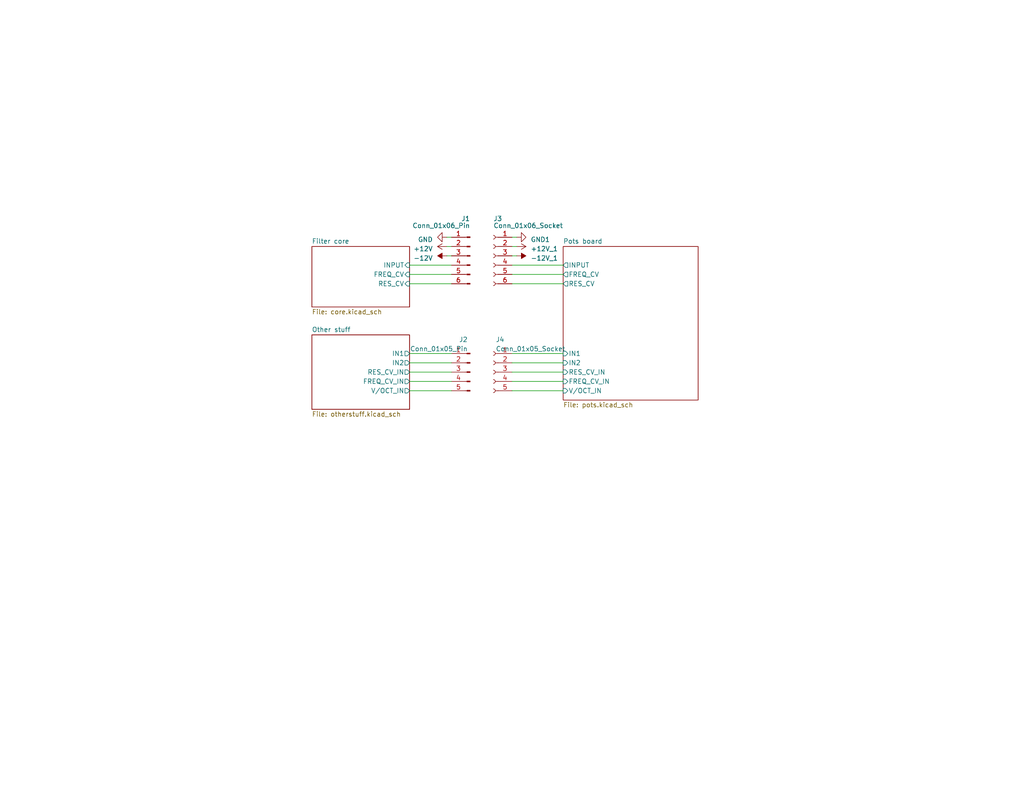
<source format=kicad_sch>
(kicad_sch (version 20221206) (generator eeschema)
  (paper "USLetter")
  (title_block (title "Pole mixing filter") (date "2022-03-29") (company "mods by Rich Holmes / Analog Output") (comment 1 "CC BY-NC-SA 4.0") (comment 2 "https://electricdruid.net/multimode-filters-part-2-pole-mixing-filters/") (comment 3 "Based on Electric Druid design "))
  (lib_symbols
    (symbol "Connector:Conn_01x05_Pin" (pin_names (offset 1.016) hide)
      (property "Reference" "J" (at 0 7.62 0))
      (property "Value" "Conn_01x05_Pin" (at 0 -7.62 0))
      (symbol "Conn_01x05_Pin_1_1"
        (polyline (pts (xy 1.27 -5.08) (xy 0.8636 -5.08)) (stroke (width 0.1524)))
        (polyline (pts (xy 1.27 -2.54) (xy 0.8636 -2.54)) (stroke (width 0.1524)))
        (polyline (pts (xy 1.27 0) (xy 0.8636 0)) (stroke (width 0.1524)))
        (polyline (pts (xy 1.27 2.54) (xy 0.8636 2.54)) (stroke (width 0.1524)))
        (polyline (pts (xy 1.27 5.08) (xy 0.8636 5.08)) (stroke (width 0.1524)))
        (rectangle (start 0.8636 -4.953) (end 0 -5.207) (stroke (width 0.1524)) (fill (type outline)))
        (rectangle (start 0.8636 -2.413) (end 0 -2.667) (stroke (width 0.1524)) (fill (type outline)))
        (rectangle (start 0.8636 0.127) (end 0 -0.127) (stroke (width 0.1524)) (fill (type outline)))
        (rectangle (start 0.8636 2.667) (end 0 2.413) (stroke (width 0.1524)) (fill (type outline)))
        (rectangle (start 0.8636 5.207) (end 0 4.953) (stroke (width 0.1524)) (fill (type outline)))
        (pin passive line (at 5.08 5.08 180) (length 3.81) (name "Pin_1") (number "1"))
        (pin passive line (at 5.08 2.54 180) (length 3.81) (name "Pin_2") (number "2"))
        (pin passive line (at 5.08 0 180) (length 3.81) (name "Pin_3") (number "3"))
        (pin passive line (at 5.08 -2.54 180) (length 3.81) (name "Pin_4") (number "4"))
        (pin passive line (at 5.08 -5.08 180) (length 3.81) (name "Pin_5") (number "5"))
      )
    )
    (symbol "Connector:Conn_01x05_Socket" (pin_names (offset 1.016) hide)
      (property "Reference" "J" (at 0 7.62 0))
      (property "Value" "Conn_01x05_Socket" (at 0 -7.62 0))
      (symbol "Conn_01x05_Socket_1_1"
        (arc (start 0 -4.572) (mid -0.5058 -5.08) (end 0 -5.588) (stroke (width 0.1524)))
        (arc (start 0 -2.032) (mid -0.5058 -2.54) (end 0 -3.048) (stroke (width 0.1524)))
        (polyline (pts (xy -1.27 -5.08) (xy -0.508 -5.08)) (stroke (width 0.1524)))
        (polyline (pts (xy -1.27 -2.54) (xy -0.508 -2.54)) (stroke (width 0.1524)))
        (polyline (pts (xy -1.27 0) (xy -0.508 0)) (stroke (width 0.1524)))
        (polyline (pts (xy -1.27 2.54) (xy -0.508 2.54)) (stroke (width 0.1524)))
        (polyline (pts (xy -1.27 5.08) (xy -0.508 5.08)) (stroke (width 0.1524)))
        (arc (start 0 0.508) (mid -0.5058 0) (end 0 -0.508) (stroke (width 0.1524)))
        (arc (start 0 3.048) (mid -0.5058 2.54) (end 0 2.032) (stroke (width 0.1524)))
        (arc (start 0 5.588) (mid -0.5058 5.08) (end 0 4.572) (stroke (width 0.1524)))
        (pin passive line (at -5.08 5.08 0) (length 3.81) (name "Pin_1") (number "1"))
        (pin passive line (at -5.08 2.54 0) (length 3.81) (name "Pin_2") (number "2"))
        (pin passive line (at -5.08 0 0) (length 3.81) (name "Pin_3") (number "3"))
        (pin passive line (at -5.08 -2.54 0) (length 3.81) (name "Pin_4") (number "4"))
        (pin passive line (at -5.08 -5.08 0) (length 3.81) (name "Pin_5") (number "5"))
      )
    )
    (symbol "Connector:Conn_01x06_Pin" (pin_names (offset 1.016) hide)
      (property "Reference" "J" (at 0 7.62 0))
      (property "Value" "Conn_01x06_Pin" (at 0 -10.16 0))
      (symbol "Conn_01x06_Pin_1_1"
        (polyline (pts (xy 1.27 -7.62) (xy 0.8636 -7.62)) (stroke (width 0.1524)))
        (polyline (pts (xy 1.27 -5.08) (xy 0.8636 -5.08)) (stroke (width 0.1524)))
        (polyline (pts (xy 1.27 -2.54) (xy 0.8636 -2.54)) (stroke (width 0.1524)))
        (polyline (pts (xy 1.27 0) (xy 0.8636 0)) (stroke (width 0.1524)))
        (polyline (pts (xy 1.27 2.54) (xy 0.8636 2.54)) (stroke (width 0.1524)))
        (polyline (pts (xy 1.27 5.08) (xy 0.8636 5.08)) (stroke (width 0.1524)))
        (rectangle (start 0.8636 -7.493) (end 0 -7.747) (stroke (width 0.1524)) (fill (type outline)))
        (rectangle (start 0.8636 -4.953) (end 0 -5.207) (stroke (width 0.1524)) (fill (type outline)))
        (rectangle (start 0.8636 -2.413) (end 0 -2.667) (stroke (width 0.1524)) (fill (type outline)))
        (rectangle (start 0.8636 0.127) (end 0 -0.127) (stroke (width 0.1524)) (fill (type outline)))
        (rectangle (start 0.8636 2.667) (end 0 2.413) (stroke (width 0.1524)) (fill (type outline)))
        (rectangle (start 0.8636 5.207) (end 0 4.953) (stroke (width 0.1524)) (fill (type outline)))
        (pin passive line (at 5.08 5.08 180) (length 3.81) (name "Pin_1") (number "1"))
        (pin passive line (at 5.08 2.54 180) (length 3.81) (name "Pin_2") (number "2"))
        (pin passive line (at 5.08 0 180) (length 3.81) (name "Pin_3") (number "3"))
        (pin passive line (at 5.08 -2.54 180) (length 3.81) (name "Pin_4") (number "4"))
        (pin passive line (at 5.08 -5.08 180) (length 3.81) (name "Pin_5") (number "5"))
        (pin passive line (at 5.08 -7.62 180) (length 3.81) (name "Pin_6") (number "6"))
      )
    )
    (symbol "Connector:Conn_01x06_Socket" (pin_names (offset 1.016) hide)
      (property "Reference" "J" (at 0 7.62 0))
      (property "Value" "Conn_01x06_Socket" (at 0 -10.16 0))
      (symbol "Conn_01x06_Socket_1_1"
        (arc (start 0 -7.112) (mid -0.5058 -7.62) (end 0 -8.128) (stroke (width 0.1524)))
        (arc (start 0 -4.572) (mid -0.5058 -5.08) (end 0 -5.588) (stroke (width 0.1524)))
        (arc (start 0 -2.032) (mid -0.5058 -2.54) (end 0 -3.048) (stroke (width 0.1524)))
        (polyline (pts (xy -1.27 -7.62) (xy -0.508 -7.62)) (stroke (width 0.1524)))
        (polyline (pts (xy -1.27 -5.08) (xy -0.508 -5.08)) (stroke (width 0.1524)))
        (polyline (pts (xy -1.27 -2.54) (xy -0.508 -2.54)) (stroke (width 0.1524)))
        (polyline (pts (xy -1.27 0) (xy -0.508 0)) (stroke (width 0.1524)))
        (polyline (pts (xy -1.27 2.54) (xy -0.508 2.54)) (stroke (width 0.1524)))
        (polyline (pts (xy -1.27 5.08) (xy -0.508 5.08)) (stroke (width 0.1524)))
        (arc (start 0 0.508) (mid -0.5058 0) (end 0 -0.508) (stroke (width 0.1524)))
        (arc (start 0 3.048) (mid -0.5058 2.54) (end 0 2.032) (stroke (width 0.1524)))
        (arc (start 0 5.588) (mid -0.5058 5.08) (end 0 4.572) (stroke (width 0.1524)))
        (pin passive line (at -5.08 5.08 0) (length 3.81) (name "Pin_1") (number "1"))
        (pin passive line (at -5.08 2.54 0) (length 3.81) (name "Pin_2") (number "2"))
        (pin passive line (at -5.08 0 0) (length 3.81) (name "Pin_3") (number "3"))
        (pin passive line (at -5.08 -2.54 0) (length 3.81) (name "Pin_4") (number "4"))
        (pin passive line (at -5.08 -5.08 0) (length 3.81) (name "Pin_5") (number "5"))
        (pin passive line (at -5.08 -7.62 0) (length 3.81) (name "Pin_6") (number "6"))
      )
    )
    (symbol "ao_symbols:+12V_1" (power) (pin_names (offset 0))
      (property "Value" "+12V_1" (at 0 3.556 0))
      (symbol "+12V_1_0_1"
        (polyline (pts (xy -0.762 1.27) (xy 0 2.54)))
        (polyline (pts (xy 0 0) (xy 0 2.54)))
        (polyline (pts (xy 0 2.54) (xy 0.762 1.27)))
      )
      (symbol "+12V_1_1_1"
        (pin power_in line (at 0 0 90) (length 0) hide (name "+12V_1") (number "1"))
      )
    )
    (symbol "ao_symbols:-12V_1" (power) (pin_names (offset 0))
      (property "Value" "-12V_1" (at 0 3.81 0))
      (symbol "-12V_1_0_0"
        (pin power_in line (at 0 0 90) (length 0) hide (name "-12V_1") (number "1"))
      )
      (symbol "-12V_1_0_1"
        (polyline (pts (xy 0 0) (xy 0 1.27) (xy 0.762 1.27) (xy 0 2.54) (xy -0.762 1.27) (xy 0 1.27)) (fill (type outline)))
      )
    )
    (symbol "power:+12V" (power) (pin_names (offset 0))
      (property "Value" "+12V" (at 0 3.556 0))
      (symbol "+12V_0_1"
        (polyline (pts (xy -0.762 1.27) (xy 0 2.54)))
        (polyline (pts (xy 0 0) (xy 0 2.54)))
        (polyline (pts (xy 0 2.54) (xy 0.762 1.27)))
      )
      (symbol "+12V_1_1"
        (pin power_in line (at 0 0 90) (length 0) hide (name "+12V") (number "1"))
      )
    )
    (symbol "power:-12V" (power) (pin_names (offset 0))
      (property "Value" "-12V" (at 0 3.81 0))
      (symbol "-12V_0_0"
        (pin power_in line (at 0 0 90) (length 0) hide (name "-12V") (number "1"))
      )
      (symbol "-12V_0_1"
        (polyline (pts (xy 0 0) (xy 0 1.27) (xy 0.762 1.27) (xy 0 2.54) (xy -0.762 1.27) (xy 0 1.27)) (fill (type outline)))
      )
    )
    (symbol "power:GND" (power) (pin_names (offset 0))
      (property "Value" "GND" (at 0 -3.81 0))
      (symbol "GND_0_1"
        (polyline (pts (xy 0 0) (xy 0 -1.27) (xy 1.27 -1.27) (xy 0 -2.54) (xy -1.27 -1.27) (xy 0 -1.27)))
      )
      (symbol "GND_1_1"
        (pin power_in line (at 0 0 270) (length 0) hide (name "GND") (number "1"))
      )
    )
    (symbol "power:GND1" (power) (pin_names (offset 0))
      (property "Value" "GND1" (at 0 -3.81 0))
      (symbol "GND1_0_1"
        (polyline (pts (xy 0 0) (xy 0 -1.27) (xy 1.27 -1.27) (xy 0 -2.54) (xy -1.27 -1.27) (xy 0 -1.27)))
      )
      (symbol "GND1_1_1"
        (pin power_in line (at 0 0 270) (length 0) hide (name "GND1") (number "1"))
      )
    )
  )
  (wire (pts (xy 111.76 74.93) (xy 123.19 74.93)))
  (wire (pts (xy 139.7 72.39) (xy 153.67 72.39)))
  (wire (pts (xy 121.92 64.77) (xy 123.19 64.77)))
  (wire (pts (xy 111.76 104.14) (xy 123.19 104.14)))
  (wire (pts (xy 139.7 99.06) (xy 153.67 99.06)))
  (wire (pts (xy 139.7 104.14) (xy 153.67 104.14)))
  (wire (pts (xy 139.7 96.52) (xy 153.67 96.52)))
  (wire (pts (xy 139.7 77.47) (xy 153.67 77.47)))
  (wire (pts (xy 111.76 101.6) (xy 123.19 101.6)))
  (wire (pts (xy 111.76 96.52) (xy 123.19 96.52)))
  (wire (pts (xy 139.7 101.6) (xy 153.67 101.6)))
  (wire (pts (xy 139.7 64.77) (xy 140.97 64.77)))
  (wire (pts (xy 139.7 106.68) (xy 153.67 106.68)))
  (wire (pts (xy 121.92 67.31) (xy 123.19 67.31)))
  (wire (pts (xy 111.76 99.06) (xy 123.19 99.06)))
  (wire (pts (xy 121.92 69.85) (xy 123.19 69.85)))
  (wire (pts (xy 139.7 67.31) (xy 140.97 67.31)))
  (wire (pts (xy 111.76 72.39) (xy 123.19 72.39)))
  (wire (pts (xy 139.7 74.93) (xy 153.67 74.93)))
  (wire (pts (xy 111.76 77.47) (xy 123.19 77.47)))
  (wire (pts (xy 139.7 69.85) (xy 140.97 69.85)))
  (wire (pts (xy 111.76 106.68) (xy 123.19 106.68)))
  (symbol (lib_id "ao_symbols:+12V_1") (at 140.97 67.31 270) (unit 1)
    (property "Reference" "#PWR062" (effects hide))
    (property "Value" "+12V_1" (at 144.78 67.945 90) (effects (justify left)))
  )
  (symbol (lib_id "Connector:Conn_01x05_Pin") (at 128.27 101.6 0) (mirror y) (unit 1)
    (property "Reference" "J2" (at 127.635 92.71 0) (effects (justify left)))
    (property "Value" "Conn_01x05_Pin" (at 127.635 95.25 0) (effects (justify left)))
    (property "Footprint" "Connector_PinHeader_2.54mm:PinHeader_1x05_P2.54mm_Vertical" (effects hide))
  )
  (symbol (lib_id "ao_symbols:-12V_1") (at 140.97 69.85 270) (unit 1)
    (property "Reference" "#PWR063" (effects hide))
    (property "Value" "-12V_1" (at 144.78 70.485 90) (effects (justify left)))
  )
  (symbol (lib_id "power:-12V") (at 121.92 69.85 90) (unit 1)
    (property "Reference" "#PWR067" (effects hide))
    (property "Value" "-12V" (at 118.11 70.485 90) (effects (justify left)))
  )
  (symbol (lib_id "Connector:Conn_01x06_Pin") (at 128.27 69.85 0) (mirror y) (unit 1)
    (property "Reference" "J1" (at 128.27 59.69 0) (effects (justify left)))
    (property "Value" "Conn_01x06_Pin" (at 128.27 61.595 0) (effects (justify left)))
    (property "Footprint" "Connector_PinHeader_2.54mm:PinHeader_1x06_P2.54mm_Vertical" (effects hide))
  )
  (symbol (lib_id "power:GND1") (at 140.97 64.77 90) (unit 1)
    (property "Reference" "#PWR064" (effects hide))
    (property "Value" "GND1" (at 144.78 65.405 90) (effects (justify right)))
  )
  (symbol (lib_id "Connector:Conn_01x05_Socket") (at 134.62 101.6 0) (mirror y) (unit 1)
    (property "Reference" "J4" (at 135.255 92.71 0) (effects (justify right)))
    (property "Value" "Conn_01x05_Socket" (at 135.255 95.25 0) (effects (justify right)))
    (property "Footprint" "Connector_PinSocket_2.54mm:PinSocket_1x05_P2.54mm_Vertical" (effects hide))
  )
  (symbol (lib_id "Connector:Conn_01x06_Socket") (at 134.62 69.85 0) (mirror y) (unit 1)
    (property "Reference" "J3" (at 134.62 59.69 0) (effects (justify right)))
    (property "Value" "Conn_01x06_Socket" (at 134.62 61.595 0) (effects (justify right)))
    (property "Footprint" "Connector_PinSocket_2.54mm:PinSocket_1x06_P2.54mm_Vertical" (effects hide))
  )
  (symbol (lib_id "power:GND") (at 121.92 64.77 270) (unit 1)
    (property "Reference" "#PWR065" (effects hide))
    (property "Value" "GND" (at 118.11 65.405 90) (effects (justify right)))
  )
  (symbol (lib_id "power:+12V") (at 121.92 67.31 90) (unit 1)
    (property "Reference" "#PWR066" (effects hide))
    (property "Value" "+12V" (at 118.11 67.945 90) (effects (justify left)))
  )
  (sheet (at 153.67 67.31) (size 36.83 41.91) (stroke (width 0.1524))
    (property "Sheetname" "Pots board" (at 153.67 66.5984 0) (effects (justify left bottom)))
    (property "Sheetfile" "pots.kicad_sch" (at 153.67 109.8046 0) (effects (justify left top)))
    (pin "FREQ_CV" output (at 153.67 74.93 180))
    (pin "RES_CV_IN" input (at 153.67 101.6 180))
    (pin "IN2" input (at 153.67 99.06 180))
    (pin "INPUT" output (at 153.67 72.39 180))
    (pin "IN1" input (at 153.67 96.52 180))
    (pin "V{slash}OCT_IN" input (at 153.67 106.68 180))
    (pin "FREQ_CV_IN" input (at 153.67 104.14 180))
    (pin "RES_CV" output (at 153.67 77.47 180))
  )
  (sheet (at 85.09 67.31) (size 26.67 16.51) (stroke (width 0.1524))
    (property "Sheetname" "Filter core" (at 85.09 66.5984 0) (effects (justify left bottom)))
    (property "Sheetfile" "core.kicad_sch" (at 85.09 84.4046 0) (effects (justify left top)))
    (pin "INPUT" input (at 111.76 72.39 0))
    (pin "RES_CV" input (at 111.76 77.47 0))
    (pin "FREQ_CV" input (at 111.76 74.93 0))
  )
  (sheet (at 85.09 91.44) (size 26.67 20.32) (stroke (width 0.1524))
    (property "Sheetname" "Other stuff" (at 85.09 90.7284 0) (effects (justify left bottom)))
    (property "Sheetfile" "otherstuff.kicad_sch" (at 85.09 112.3446 0) (effects (justify left top)))
    (pin "RES_CV_IN" output (at 111.76 101.6 0))
    (pin "FREQ_CV_IN" output (at 111.76 104.14 0))
    (pin "V{slash}OCT_IN" output (at 111.76 106.68 0))
    (pin "IN2" output (at 111.76 99.06 0))
    (pin "IN1" output (at 111.76 96.52 0))
  )
)
</source>
